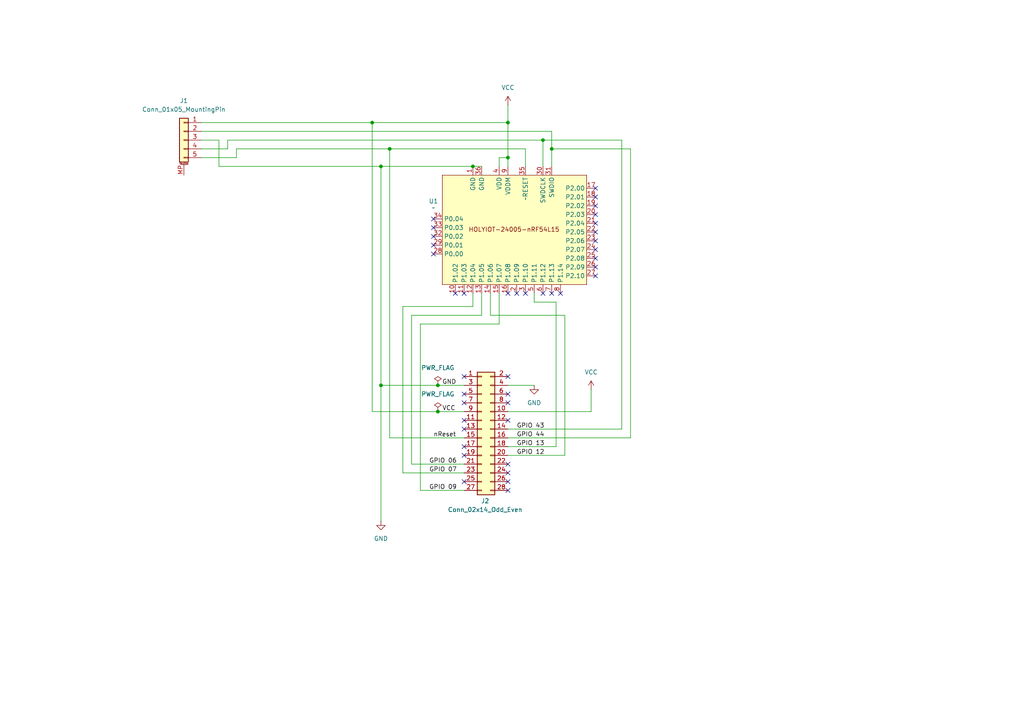
<source format=kicad_sch>
(kicad_sch (version 20250114) (generator "eeschema") (generator_version "9.0")
  (paper "A4")
  (lib_symbols
    (symbol "Connector_Generic:Conn_02x14_Odd_Even" (pin_names (offset 1.016) (hide yes))
      (property "Reference" "J" (at 1.27 17.78 0))
      (property "Value" "Conn_02x14_Odd_Even" (at 1.27 -20.32 0))
      (symbol "Conn_02x14_Odd_Even_1_1"
        (rectangle (start -1.27 16.51) (end 3.81 -19.05) (stroke (width 0.254)) (fill (type background)))
        (rectangle (start -1.27 15.367) (end 0 15.113) (stroke (width 0.1524)))
        (rectangle (start -1.27 12.827) (end 0 12.573) (stroke (width 0.1524)))
        (rectangle (start -1.27 10.287) (end 0 10.033) (stroke (width 0.1524)))
        (rectangle (start -1.27 7.747) (end 0 7.493) (stroke (width 0.1524)))
        (rectangle (start -1.27 5.207) (end 0 4.953) (stroke (width 0.1524)))
        (rectangle (start -1.27 2.667) (end 0 2.413) (stroke (width 0.1524)))
        (rectangle (start -1.27 0.127) (end 0 -0.127) (stroke (width 0.1524)))
        (rectangle (start -1.27 -2.413) (end 0 -2.667) (stroke (width 0.1524)))
        (rectangle (start -1.27 -4.953) (end 0 -5.207) (stroke (width 0.1524)))
        (rectangle (start -1.27 -7.493) (end 0 -7.747) (stroke (width 0.1524)))
        (rectangle (start -1.27 -10.033) (end 0 -10.287) (stroke (width 0.1524)))
        (rectangle (start -1.27 -12.573) (end 0 -12.827) (stroke (width 0.1524)))
        (rectangle (start -1.27 -15.113) (end 0 -15.367) (stroke (width 0.1524)))
        (rectangle (start -1.27 -17.653) (end 0 -17.907) (stroke (width 0.1524)))
        (rectangle (start 3.81 15.367) (end 2.54 15.113) (stroke (width 0.1524)))
        (rectangle (start 3.81 12.827) (end 2.54 12.573) (stroke (width 0.1524)))
        (rectangle (start 3.81 10.287) (end 2.54 10.033) (stroke (width 0.1524)))
        (rectangle (start 3.81 7.747) (end 2.54 7.493) (stroke (width 0.1524)))
        (rectangle (start 3.81 5.207) (end 2.54 4.953) (stroke (width 0.1524)))
        (rectangle (start 3.81 2.667) (end 2.54 2.413) (stroke (width 0.1524)))
        (rectangle (start 3.81 0.127) (end 2.54 -0.127) (stroke (width 0.1524)))
        (rectangle (start 3.81 -2.413) (end 2.54 -2.667) (stroke (width 0.1524)))
        (rectangle (start 3.81 -4.953) (end 2.54 -5.207) (stroke (width 0.1524)))
        (rectangle (start 3.81 -7.493) (end 2.54 -7.747) (stroke (width 0.1524)))
        (rectangle (start 3.81 -10.033) (end 2.54 -10.287) (stroke (width 0.1524)))
        (rectangle (start 3.81 -12.573) (end 2.54 -12.827) (stroke (width 0.1524)))
        (rectangle (start 3.81 -15.113) (end 2.54 -15.367) (stroke (width 0.1524)))
        (rectangle (start 3.81 -17.653) (end 2.54 -17.907) (stroke (width 0.1524)))
        (pin passive line (at -5.08 15.24 0) (length 3.81) (name "Pin_1") (number "1"))
        (pin passive line (at -5.08 12.7 0) (length 3.81) (name "Pin_3") (number "3"))
        (pin passive line (at -5.08 10.16 0) (length 3.81) (name "Pin_5") (number "5"))
        (pin passive line (at -5.08 7.62 0) (length 3.81) (name "Pin_7") (number "7"))
        (pin passive line (at -5.08 5.08 0) (length 3.81) (name "Pin_9") (number "9"))
        (pin passive line (at -5.08 2.54 0) (length 3.81) (name "Pin_11") (number "11"))
        (pin passive line (at -5.08 0 0) (length 3.81) (name "Pin_13") (number "13"))
        (pin passive line (at -5.08 -2.54 0) (length 3.81) (name "Pin_15") (number "15"))
        (pin passive line (at -5.08 -5.08 0) (length 3.81) (name "Pin_17") (number "17"))
        (pin passive line (at -5.08 -7.62 0) (length 3.81) (name "Pin_19") (number "19"))
        (pin passive line (at -5.08 -10.16 0) (length 3.81) (name "Pin_21") (number "21"))
        (pin passive line (at -5.08 -12.7 0) (length 3.81) (name "Pin_23") (number "23"))
        (pin passive line (at -5.08 -15.24 0) (length 3.81) (name "Pin_25") (number "25"))
        (pin passive line (at -5.08 -17.78 0) (length 3.81) (name "Pin_27") (number "27"))
        (pin passive line (at 7.62 15.24 180) (length 3.81) (name "Pin_2") (number "2"))
        (pin passive line (at 7.62 12.7 180) (length 3.81) (name "Pin_4") (number "4"))
        (pin passive line (at 7.62 10.16 180) (length 3.81) (name "Pin_6") (number "6"))
        (pin passive line (at 7.62 7.62 180) (length 3.81) (name "Pin_8") (number "8"))
        (pin passive line (at 7.62 5.08 180) (length 3.81) (name "Pin_10") (number "10"))
        (pin passive line (at 7.62 2.54 180) (length 3.81) (name "Pin_12") (number "12"))
        (pin passive line (at 7.62 0 180) (length 3.81) (name "Pin_14") (number "14"))
        (pin passive line (at 7.62 -2.54 180) (length 3.81) (name "Pin_16") (number "16"))
        (pin passive line (at 7.62 -5.08 180) (length 3.81) (name "Pin_18") (number "18"))
        (pin passive line (at 7.62 -7.62 180) (length 3.81) (name "Pin_20") (number "20"))
        (pin passive line (at 7.62 -10.16 180) (length 3.81) (name "Pin_22") (number "22"))
        (pin passive line (at 7.62 -12.7 180) (length 3.81) (name "Pin_24") (number "24"))
        (pin passive line (at 7.62 -15.24 180) (length 3.81) (name "Pin_26") (number "26"))
        (pin passive line (at 7.62 -17.78 180) (length 3.81) (name "Pin_28") (number "28"))
      )
    )
    (symbol "Connector_Generic_MountingPin:Conn_01x05_MountingPin" (pin_names (offset 1.016) (hide yes))
      (property "Reference" "J" (at 0 7.62 0))
      (property "Value" "Conn_01x05_MountingPin" (at 1.27 -7.62 0))
      (symbol "Conn_01x05_MountingPin_1_1"
        (rectangle (start -1.27 6.35) (end 1.27 -6.35) (stroke (width 0.254)) (fill (type background)))
        (rectangle (start -1.27 5.207) (end 0 4.953) (stroke (width 0.1524)))
        (rectangle (start -1.27 2.667) (end 0 2.413) (stroke (width 0.1524)))
        (rectangle (start -1.27 0.127) (end 0 -0.127) (stroke (width 0.1524)))
        (rectangle (start -1.27 -2.413) (end 0 -2.667) (stroke (width 0.1524)))
        (rectangle (start -1.27 -4.953) (end 0 -5.207) (stroke (width 0.1524)))
        (polyline (pts (xy -1.016 -7.112) (xy 1.016 -7.112)) (stroke (width 0.1524)))
        (text "Mounting" (at 0 -6.731 0) (effects (font (size 0.381 0.381))))
        (pin passive line (at -5.08 5.08 0) (length 3.81) (name "Pin_1") (number "1"))
        (pin passive line (at -5.08 2.54 0) (length 3.81) (name "Pin_2") (number "2"))
        (pin passive line (at -5.08 0 0) (length 3.81) (name "Pin_3") (number "3"))
        (pin passive line (at -5.08 -2.54 0) (length 3.81) (name "Pin_4") (number "4"))
        (pin passive line (at -5.08 -5.08 0) (length 3.81) (name "Pin_5") (number "5"))
        (pin passive line (at 0 -10.16 90) (length 3.048) (name "MountPin") (number "MP"))
      )
    )
    (symbol "holyiot:HOLYIOT-24005-nRF54L15"
      (property "Reference" "U" (at 12.954 19.812 0))
      (symbol "HOLYIOT-24005-nRF54L15_1_1"
        (rectangle (start -19.05 15.24) (end 22.86 -16.51) (fill (type background)))
        (text "HOLYIOT-24005-nRF54L15" (at 1.778 -0.508 0) (effects (font (size 1.27 1.27))))
        (pin bidirectional line (at -21.59 2.54 0) (length 2.54) (name "P0.04") (number "34"))
        (pin bidirectional line (at -21.59 0 0) (length 2.54) (name "P0.03") (number "33"))
        (pin bidirectional line (at -21.59 -2.54 0) (length 2.54) (name "P0.02") (number "32"))
        (pin bidirectional line (at -21.59 -5.08 0) (length 2.54) (name "P0.01") (number "29"))
        (pin bidirectional line (at -21.59 -7.62 0) (length 2.54) (name "P0.00") (number "28"))
        (pin bidirectional line (at -15.24 -19.05 90) (length 2.54) (name "P1.02") (number "10"))
        (pin bidirectional line (at -12.7 -19.05 90) (length 2.54) (name "P1.03") (number "11"))
        (pin power_in line (at -10.16 17.78 270) (length 2.54) (name "GND") (number "1"))
        (pin bidirectional line (at -10.16 -19.05 90) (length 2.54) (name "P1.04") (number "12"))
        (pin power_in line (at -7.62 17.78 270) (length 2.54) (name "GND") (number "36"))
        (pin bidirectional line (at -7.62 -19.05 90) (length 2.54) (name "P1.05") (number "13"))
        (pin bidirectional line (at -5.08 -19.05 90) (length 2.54) (name "P1.06") (number "14"))
        (pin power_in line (at -2.54 17.78 270) (length 2.54) (name "VDD") (number "4"))
        (pin bidirectional line (at -2.54 -19.05 90) (length 2.54) (name "P1.07") (number "15"))
        (pin power_in line (at 0 17.78 270) (length 2.54) (name "VDDM") (number "9"))
        (pin bidirectional line (at 0 -19.05 90) (length 2.54) (name "P1.08") (number "16"))
        (pin bidirectional line (at 2.54 -19.05 90) (length 2.54) (name "P1.09") (number "2"))
        (pin input line (at 5.08 17.78 270) (length 2.54) (name "~RESET") (number "35"))
        (pin bidirectional line (at 5.08 -19.05 90) (length 2.54) (name "P1.10") (number "3"))
        (pin bidirectional line (at 7.62 -19.05 90) (length 2.54) (name "P1.11") (number "5"))
        (pin input line (at 10.16 17.78 270) (length 2.54) (name "SWDCLK") (number "30"))
        (pin bidirectional line (at 10.16 -19.05 90) (length 2.54) (name "P1.12") (number "6"))
        (pin bidirectional line (at 12.7 17.78 270) (length 2.54) (name "SWDIO") (number "31"))
        (pin bidirectional line (at 12.7 -19.05 90) (length 2.54) (name "P1.13") (number "7"))
        (pin bidirectional line (at 15.24 -19.05 90) (length 2.54) (name "P1.14") (number "8"))
        (pin bidirectional line (at 25.4 11.43 180) (length 2.54) (name "P2.00") (number "17"))
        (pin bidirectional line (at 25.4 8.89 180) (length 2.54) (name "P2.01") (number "18"))
        (pin bidirectional line (at 25.4 6.35 180) (length 2.54) (name "P2.02") (number "19"))
        (pin bidirectional line (at 25.4 3.81 180) (length 2.54) (name "P2.03") (number "20"))
        (pin bidirectional line (at 25.4 1.27 180) (length 2.54) (name "P2.04") (number "21"))
        (pin bidirectional line (at 25.4 -1.27 180) (length 2.54) (name "P2.05") (number "22"))
        (pin bidirectional line (at 25.4 -3.81 180) (length 2.54) (name "P2.06") (number "23"))
        (pin bidirectional line (at 25.4 -6.35 180) (length 2.54) (name "P2.07") (number "24"))
        (pin bidirectional line (at 25.4 -8.89 180) (length 2.54) (name "P2.08") (number "25"))
        (pin bidirectional line (at 25.4 -11.43 180) (length 2.54) (name "P2.09") (number "26"))
        (pin bidirectional line (at 25.4 -13.97 180) (length 2.54) (name "P2.10") (number "27"))
      )
    )
    (symbol "power:GND" (power) (pin_numbers (hide yes)) (pin_names (offset 0) (hide yes))
      (property "Value" "GND" (at 0 -3.81 0))
      (symbol "GND_0_1"
        (polyline (pts (xy 0 0) (xy 0 -1.27) (xy 1.27 -1.27) (xy 0 -2.54) (xy -1.27 -1.27) (xy 0 -1.27)))
      )
      (symbol "GND_1_1"
        (pin power_in line (at 0 0 270) (length 0) (name "~") (number "1"))
      )
    )
    (symbol "power:PWR_FLAG" (power) (pin_numbers (hide yes)) (pin_names (offset 0) (hide yes))
      (property "Value" "PWR_FLAG" (at 0 3.81 0))
      (symbol "PWR_FLAG_0_0"
        (pin power_out line (at 0 0 90) (length 0) (name "~") (number "1"))
      )
      (symbol "PWR_FLAG_0_1"
        (polyline (pts (xy 0 0) (xy 0 1.27) (xy -1.016 1.905) (xy 0 2.54) (xy 1.016 1.905) (xy 0 1.27)))
      )
    )
    (symbol "power:VCC" (power) (pin_numbers (hide yes)) (pin_names (offset 0) (hide yes))
      (property "Value" "VCC" (at 0 3.556 0))
      (symbol "VCC_0_1"
        (polyline (pts (xy -0.762 1.27) (xy 0 2.54)))
        (polyline (pts (xy 0 2.54) (xy 0.762 1.27)))
        (polyline (pts (xy 0 0) (xy 0 2.54)))
      )
      (symbol "VCC_1_1"
        (pin power_in line (at 0 0 90) (length 0) (name "~") (number "1"))
      )
    )
  )
  (junction (at 110.49 48.26))
  (junction (at 127 119.38))
  (junction (at 113.03 43.18))
  (junction (at 160.02 43.18))
  (junction (at 137.16 48.26))
  (junction (at 147.32 45.72))
  (junction (at 147.32 35.56))
  (junction (at 127 111.76))
  (junction (at 107.95 35.56))
  (junction (at 157.48 40.64))
  (junction (at 110.49 111.76))
  (no_connect (at 134.62 85.09))
  (no_connect (at 149.86 85.09))
  (no_connect (at 134.62 124.46))
  (no_connect (at 172.72 77.47))
  (no_connect (at 125.73 66.04))
  (no_connect (at 172.72 69.85))
  (no_connect (at 134.62 121.92))
  (no_connect (at 172.72 57.15))
  (no_connect (at 134.62 129.54))
  (no_connect (at 172.72 67.31))
  (no_connect (at 147.32 137.16))
  (no_connect (at 147.32 139.7))
  (no_connect (at 134.62 109.22))
  (no_connect (at 172.72 72.39))
  (no_connect (at 125.73 73.66))
  (no_connect (at 147.32 121.92))
  (no_connect (at 172.72 59.69))
  (no_connect (at 172.72 74.93))
  (no_connect (at 125.73 63.5))
  (no_connect (at 162.56 85.09))
  (no_connect (at 147.32 142.24))
  (no_connect (at 147.32 109.22))
  (no_connect (at 125.73 68.58))
  (no_connect (at 132.08 85.09))
  (no_connect (at 172.72 62.23))
  (no_connect (at 157.48 85.09))
  (no_connect (at 125.73 71.12))
  (no_connect (at 134.62 132.08))
  (no_connect (at 160.02 85.09))
  (no_connect (at 147.32 116.84))
  (no_connect (at 172.72 64.77))
  (no_connect (at 147.32 134.62))
  (no_connect (at 172.72 80.01))
  (no_connect (at 147.32 114.3))
  (no_connect (at 134.62 139.7))
  (no_connect (at 134.62 116.84))
  (no_connect (at 134.62 114.3))
  (no_connect (at 172.72 54.61))
  (no_connect (at 152.4 85.09))
  (no_connect (at 147.32 85.09))
  (wire (pts (xy 147.32 119.38) (xy 171.45 119.38)))
  (wire (pts (xy 171.45 119.38) (xy 171.45 113.03)))
  (wire (pts (xy 68.58 43.18) (xy 113.03 43.18)))
  (wire (pts (xy 180.34 40.64) (xy 180.34 124.46)))
  (wire (pts (xy 137.16 88.9) (xy 137.16 85.09)))
  (wire (pts (xy 116.84 88.9) (xy 137.16 88.9)))
  (wire (pts (xy 107.95 119.38) (xy 127 119.38)))
  (wire (pts (xy 154.94 87.63) (xy 154.94 85.09)))
  (wire (pts (xy 180.34 124.46) (xy 147.32 124.46)))
  (wire (pts (xy 152.4 43.18) (xy 152.4 48.26)))
  (wire (pts (xy 182.88 43.18) (xy 182.88 127)))
  (wire (pts (xy 134.62 134.62) (xy 119.38 134.62)))
  (wire (pts (xy 58.42 35.56) (xy 107.95 35.56)))
  (wire (pts (xy 107.95 35.56) (xy 107.95 119.38)))
  (wire (pts (xy 147.32 132.08) (xy 163.83 132.08)))
  (wire (pts (xy 139.7 91.44) (xy 139.7 85.09)))
  (wire (pts (xy 157.48 40.64) (xy 157.48 48.26)))
  (wire (pts (xy 68.58 45.72) (xy 68.58 43.18)))
  (wire (pts (xy 107.95 35.56) (xy 147.32 35.56)))
  (wire (pts (xy 147.32 35.56) (xy 147.32 45.72)))
  (wire (pts (xy 110.49 48.26) (xy 110.49 111.76)))
  (wire (pts (xy 63.5 48.26) (xy 110.49 48.26)))
  (wire (pts (xy 161.29 87.63) (xy 154.94 87.63)))
  (wire (pts (xy 127 119.38) (xy 134.62 119.38)))
  (wire (pts (xy 127 111.76) (xy 110.49 111.76)))
  (wire (pts (xy 58.42 45.72) (xy 68.58 45.72)))
  (wire (pts (xy 66.04 43.18) (xy 66.04 40.64)))
  (wire (pts (xy 134.62 127) (xy 113.03 127)))
  (wire (pts (xy 147.32 129.54) (xy 161.29 129.54)))
  (wire (pts (xy 147.32 127) (xy 182.88 127)))
  (wire (pts (xy 119.38 91.44) (xy 139.7 91.44)))
  (wire (pts (xy 163.83 132.08) (xy 163.83 91.44)))
  (wire (pts (xy 116.84 137.16) (xy 116.84 88.9)))
  (wire (pts (xy 134.62 137.16) (xy 116.84 137.16)))
  (wire (pts (xy 161.29 129.54) (xy 161.29 87.63)))
  (wire (pts (xy 110.49 48.26) (xy 137.16 48.26)))
  (wire (pts (xy 160.02 43.18) (xy 182.88 43.18)))
  (wire (pts (xy 113.03 43.18) (xy 152.4 43.18)))
  (wire (pts (xy 147.32 48.26) (xy 147.32 45.72)))
  (wire (pts (xy 121.92 142.24) (xy 134.62 142.24)))
  (wire (pts (xy 127 111.76) (xy 134.62 111.76)))
  (wire (pts (xy 147.32 30.48) (xy 147.32 35.56)))
  (wire (pts (xy 144.78 85.09) (xy 144.78 93.98)))
  (wire (pts (xy 144.78 45.72) (xy 144.78 48.26)))
  (wire (pts (xy 58.42 38.1) (xy 160.02 38.1)))
  (wire (pts (xy 144.78 93.98) (xy 121.92 93.98)))
  (wire (pts (xy 119.38 134.62) (xy 119.38 91.44)))
  (wire (pts (xy 121.92 93.98) (xy 121.92 142.24)))
  (wire (pts (xy 147.32 45.72) (xy 144.78 45.72)))
  (wire (pts (xy 110.49 111.76) (xy 110.49 151.13)))
  (wire (pts (xy 58.42 40.64) (xy 63.5 40.64)))
  (wire (pts (xy 137.16 48.26) (xy 139.7 48.26)))
  (wire (pts (xy 142.24 91.44) (xy 142.24 85.09)))
  (wire (pts (xy 157.48 40.64) (xy 180.34 40.64)))
  (wire (pts (xy 63.5 40.64) (xy 63.5 48.26)))
  (wire (pts (xy 66.04 40.64) (xy 157.48 40.64)))
  (wire (pts (xy 113.03 43.18) (xy 113.03 127)))
  (wire (pts (xy 58.42 43.18) (xy 66.04 43.18)))
  (wire (pts (xy 147.32 111.76) (xy 154.94 111.76)))
  (wire (pts (xy 163.83 91.44) (xy 142.24 91.44)))
  (wire (pts (xy 160.02 38.1) (xy 160.02 43.18)))
  (wire (pts (xy 160.02 43.18) (xy 160.02 48.26)))
  (label "GPIO 09" (at 124.46 142.24 0))
  (label "GPIO 44" (at 149.86 127 0))
  (label "GPIO 06 " (at 124.46 134.62 0))
  (label "GPIO 43" (at 149.86 124.46 0))
  (label "GPIO 12" (at 149.86 132.08 0))
  (label "GPIO 07" (at 124.46 137.16 0))
  (label "GPIO 13" (at 149.86 129.54 0))
  (label "VCC" (at 128.27 119.38 0))
  (label "nReset" (at 125.73 127 0))
  (label "GND" (at 128.27 111.76 0))
  (symbol (lib_id "power:PWR_FLAG") (at 127 111.76 0) (unit 1)
    (property "Reference" "#FLG02" (effects (hide yes)))
    (property "Value" "PWR_FLAG" (at 127 106.68 0))
    (property "Description" "Special symbol for telling ERC where power comes from" (effects (hide yes)))
  )
  (symbol (lib_id "power:GND") (at 154.94 111.76 0) (unit 1)
    (property "Reference" "#PWR03" (effects (hide yes)))
    (property "Value" "GND" (at 154.94 116.84 0))
    (property "Description" "Power symbol creates a global label with name \"GND\" , ground" (effects (hide yes)))
  )
  (symbol (lib_id "power:VCC") (at 171.45 113.03 0) (unit 1)
    (property "Reference" "#PWR04" (effects (hide yes)))
    (property "Value" "VCC" (at 171.45 107.95 0))
    (property "Description" "Power symbol creates a global label with name \"VCC\"" (effects (hide yes)))
  )
  (symbol (lib_id "Connector_Generic_MountingPin:Conn_01x05_MountingPin") (at 53.34 40.64 0) (mirror y) (unit 1)
    (property "Reference" "J1" (at 53.34 29.21 0))
    (property "Value" "Conn_01x05_MountingPin" (at 53.34 31.75 0))
    (property "Footprint" "Connector_PinHeader_2.54mm:PinHeader_1x05_P2.54mm_Vertical" (effects (hide yes)))
    (property "Description" "Generic connectable mounting pin connector, single row, 01x05, script generated (kicad-library-utils/schlib/autogen/connector/)" (effects (hide yes)))
  )
  (symbol (lib_id "Connector_Generic:Conn_02x14_Odd_Even") (at 139.7 124.46 0) (unit 1)
    (property "Reference" "J2" (at 140.716 145.288 0))
    (property "Value" "Conn_02x14_Odd_Even" (at 140.716 147.828 0))
    (property "Footprint" "Connector_PinSocket_1.27mm:PinSocket_2x14_P1.27mm_Vertical" (effects (hide yes)))
    (property "Description" "Generic connector, double row, 02x14, odd/even pin numbering scheme (row 1 odd numbers, row 2 even numbers), script generated (kicad-library-utils/schlib/autogen/connector/)" (effects (hide yes)))
  )
  (symbol (lib_id "power:VCC") (at 147.32 30.48 0) (unit 1)
    (property "Reference" "#PWR01" (effects (hide yes)))
    (property "Value" "VCC" (at 147.32 25.4 0))
    (property "Description" "Power symbol creates a global label with name \"VCC\"" (effects (hide yes)))
  )
  (symbol (lib_id "holyiot:HOLYIOT-24005-nRF54L15") (at 147.32 66.04 0) (unit 1)
    (property "Reference" "U1" (at 125.73 58.3498 0))
    (property "Value" "~" (at 125.73 60.2549 0))
    (property "Footprint" "holyiot:HOLYIOT-24005-nRF54L15_FRONT" (effects (hide yes)))
  )
  (symbol (lib_id "power:PWR_FLAG") (at 127 119.38 0) (unit 1)
    (property "Reference" "#FLG01" (effects (hide yes)))
    (property "Value" "PWR_FLAG" (at 127 114.3 0))
    (property "Description" "Special symbol for telling ERC where power comes from" (effects (hide yes)))
  )
  (symbol (lib_id "power:GND") (at 110.49 151.13 0) (unit 1)
    (property "Reference" "#PWR02" (effects (hide yes)))
    (property "Value" "GND" (at 110.49 156.21 0))
    (property "Description" "Power symbol creates a global label with name \"GND\" , ground" (effects (hide yes)))
  )
)
</source>
